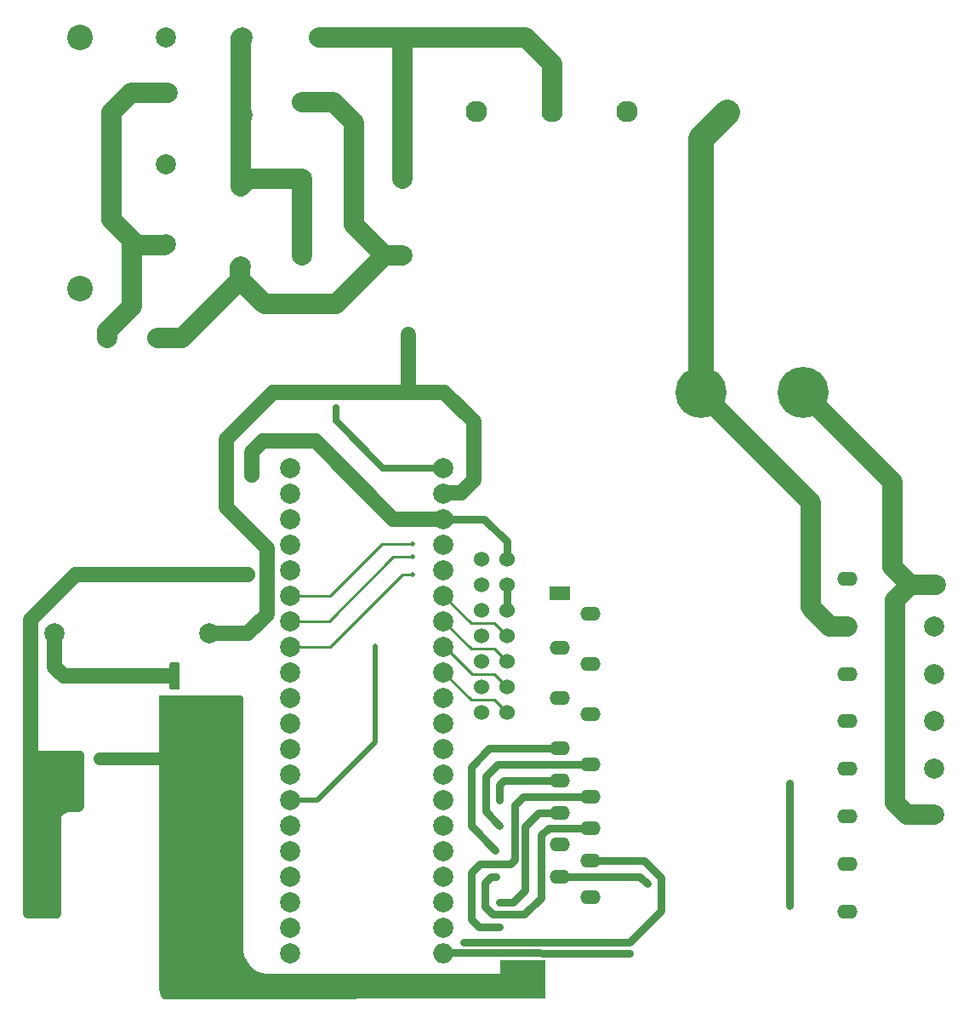
<source format=gbl>
G04*
G04 #@! TF.GenerationSoftware,Altium Limited,Altium Designer,19.0.12 (326)*
G04*
G04 Layer_Physical_Order=2*
G04 Layer_Color=16711680*
%FSLAX25Y25*%
%MOIN*%
G70*
G01*
G75*
%ADD13C,0.01000*%
%ADD15C,0.02000*%
%ADD46C,0.06000*%
%ADD49C,0.07874*%
%ADD55O,0.07874X0.05512*%
%ADD56R,0.07874X0.05512*%
%ADD57C,0.03000*%
%ADD74C,0.02500*%
%ADD75C,0.10000*%
%ADD76C,0.08000*%
%ADD77C,0.05000*%
%ADD80C,0.06000*%
%ADD81C,0.08386*%
%ADD82C,0.10000*%
%ADD83C,0.20000*%
%ADD84O,0.07874X0.07874*%
%ADD85C,0.02000*%
G36*
X175500Y270500D02*
X175548Y270988D01*
X175921Y271889D01*
X176611Y272579D01*
X177512Y272952D01*
X178000Y273000D01*
X178000Y273000D01*
X181667Y273000D01*
X181954Y273008D01*
X182514Y273136D01*
X183039Y273371D01*
X183507Y273704D01*
X183902Y274122D01*
X184207Y274609D01*
X184412Y275146D01*
X184508Y275713D01*
X184500Y276000D01*
X184500Y276000D01*
X184500Y295500D01*
X184500Y295798D01*
X184272Y296350D01*
X183850Y296772D01*
X183298Y297000D01*
X183000Y297000D01*
X183000Y297000D01*
X162500D01*
X162102D01*
X161367Y296695D01*
X160804Y296133D01*
X160500Y295398D01*
Y295000D01*
D01*
Y233500D01*
Y233102D01*
X160804Y232367D01*
X161367Y231804D01*
X162102Y231500D01*
X162500D01*
D01*
X173500D01*
X173898Y231500D01*
X174633Y231804D01*
X175196Y232367D01*
X175500Y233102D01*
X175500Y233500D01*
X175500Y233500D01*
Y270500D01*
D02*
G37*
G36*
X217900Y331000D02*
Y331159D01*
X218022Y331453D01*
X218247Y331678D01*
X218541Y331800D01*
X218700D01*
D01*
X221000D01*
X221159D01*
X221453Y331678D01*
X221678Y331453D01*
X221800Y331159D01*
Y331000D01*
D01*
X221800Y321600D01*
X221800Y321481D01*
X221709Y321260D01*
X221540Y321091D01*
X221319Y321000D01*
X221200Y321000D01*
X221200Y321000D01*
X219000Y321000D01*
X218781D01*
X218377Y321167D01*
X218068Y321477D01*
X217900Y321881D01*
Y322100D01*
X217900D01*
Y331000D01*
D02*
G37*
G36*
X213800Y318702D02*
Y204530D01*
X213800Y203857D01*
X214062Y202538D01*
X214577Y201296D01*
X215324Y200177D01*
X215800Y199702D01*
X215800Y199702D01*
X365000Y200299D01*
Y215202D01*
X347400D01*
Y209702D01*
X256800D01*
X255820Y209750D01*
X253897Y210132D01*
X252086Y210882D01*
X250456Y211971D01*
X249070Y213358D01*
X247981Y214988D01*
X247231Y216799D01*
X246848Y218722D01*
X246800Y219702D01*
Y219702D01*
Y317702D01*
Y317901D01*
X246648Y318268D01*
X246366Y318549D01*
X245999Y318702D01*
X245800D01*
D01*
X213800D01*
D02*
G37*
D13*
X309000Y366000D02*
X313000D01*
X280900Y337900D02*
X309000Y366000D01*
X265100Y337900D02*
X280900D01*
X305472Y373000D02*
X313000D01*
X280372Y347900D02*
X305472Y373000D01*
X265100Y347900D02*
X280372D01*
X301000Y378000D02*
X313000D01*
X280900Y357900D02*
X301000Y378000D01*
X265100Y357900D02*
X280900D01*
X345000Y337000D02*
X350000Y332000D01*
X336000Y337000D02*
X345000D01*
X325100Y347900D02*
X336000Y337000D01*
X345000Y347000D02*
X350000Y342000D01*
X336000Y347000D02*
X345000D01*
X325100Y357900D02*
X336000Y347000D01*
X325715Y337900D02*
X336615Y327000D01*
X325100Y337900D02*
X325715D01*
X336615Y327000D02*
X345000D01*
X350000Y322000D01*
X345000Y317000D02*
X350000Y312000D01*
X336000Y317000D02*
X345000D01*
X325100Y327900D02*
X336000Y317000D01*
D15*
X298500Y300500D02*
Y338300D01*
X275900Y277900D02*
X298500Y300500D01*
X265100Y277900D02*
X275900D01*
D46*
X337000Y403000D02*
Y426000D01*
X325500Y437500D02*
X337000Y426000D01*
X311500Y437500D02*
X325500D01*
X258500D02*
X269000D01*
X240000Y419000D02*
X258500Y437500D01*
X240000Y392500D02*
Y419000D01*
Y392500D02*
X256000Y376500D01*
X332259Y398259D02*
X337000Y403000D01*
X269000Y437500D02*
X311500D01*
X172800Y329985D02*
Y342930D01*
Y329985D02*
X176385Y326400D01*
X311500Y437500D02*
Y460000D01*
X305600Y387900D02*
X325100D01*
X275000Y418500D02*
X305600Y387900D01*
X254500Y418500D02*
X275000D01*
X325459Y398259D02*
X332259D01*
X325100Y397900D02*
X325459Y398259D01*
X256000Y350500D02*
Y376500D01*
X248500Y343000D02*
X256000Y350500D01*
X250000Y414000D02*
X254500Y418500D01*
X250000Y405000D02*
Y414000D01*
X181000Y366000D02*
X248500D01*
X233500Y343000D02*
X248500D01*
X163500Y348500D02*
X181000Y366000D01*
X163500Y295415D02*
Y348500D01*
X176385Y326400D02*
X218500D01*
X172800Y342930D02*
X172870Y343000D01*
D49*
X276500Y576613D02*
D03*
X246500D02*
D03*
X216400D02*
D03*
X245928Y486939D02*
D03*
X216400Y495600D02*
D03*
X245928Y518000D02*
D03*
X216400Y526661D02*
D03*
X216972Y554661D02*
D03*
X246500Y546000D02*
D03*
X309000Y551000D02*
D03*
X269630D02*
D03*
X269800Y521000D02*
D03*
X309170D02*
D03*
Y491200D02*
D03*
X269800D02*
D03*
X265100Y217900D02*
D03*
Y227900D02*
D03*
Y237900D02*
D03*
Y247900D02*
D03*
Y257900D02*
D03*
Y267900D02*
D03*
Y277900D02*
D03*
Y287900D02*
D03*
Y297900D02*
D03*
Y307900D02*
D03*
Y317900D02*
D03*
Y327900D02*
D03*
Y337900D02*
D03*
Y347900D02*
D03*
Y357900D02*
D03*
Y367900D02*
D03*
Y377900D02*
D03*
Y387900D02*
D03*
Y397900D02*
D03*
Y407900D02*
D03*
X325100D02*
D03*
Y397900D02*
D03*
Y387900D02*
D03*
Y377900D02*
D03*
Y367900D02*
D03*
Y357900D02*
D03*
Y347900D02*
D03*
Y337900D02*
D03*
Y327900D02*
D03*
Y317900D02*
D03*
Y307900D02*
D03*
Y297900D02*
D03*
Y287900D02*
D03*
Y277900D02*
D03*
Y267900D02*
D03*
Y257900D02*
D03*
Y247900D02*
D03*
Y237900D02*
D03*
Y227900D02*
D03*
X517600Y272000D02*
D03*
Y308662D02*
D03*
Y327284D02*
D03*
Y345906D02*
D03*
X518000Y362000D02*
D03*
X517600Y290000D02*
D03*
X213028Y458748D02*
D03*
X193342D02*
D03*
X172870Y343000D02*
D03*
X233500D02*
D03*
D55*
X370883Y337540D02*
D03*
X382694Y311556D02*
D03*
X370883Y317855D02*
D03*
Y247776D02*
D03*
Y298170D02*
D03*
Y285572D02*
D03*
Y272973D02*
D03*
Y260375D02*
D03*
X483481Y308662D02*
D03*
Y290040D02*
D03*
Y327284D02*
D03*
Y345906D02*
D03*
Y364528D02*
D03*
Y271418D02*
D03*
Y252796D02*
D03*
Y234174D02*
D03*
X382694Y331241D02*
D03*
Y239902D02*
D03*
Y254076D02*
D03*
Y266674D02*
D03*
Y279272D02*
D03*
Y291871D02*
D03*
Y350926D02*
D03*
D56*
X370883Y358800D02*
D03*
D57*
X460900Y236500D02*
Y255100D01*
X350000Y372000D02*
Y379000D01*
X341100Y387900D02*
X350000Y379000D01*
X325100Y387900D02*
X341100D01*
X350000Y352000D02*
Y362000D01*
X246300Y545800D02*
Y576413D01*
X246500Y576613D01*
X357000Y242500D02*
Y267500D01*
X352480Y237980D02*
X357000Y242500D01*
X347200Y237980D02*
X352480D01*
X344500Y233000D02*
X356930D01*
X341500Y236000D02*
X344500Y233000D01*
X341500Y236000D02*
Y245500D01*
X343900Y247900D01*
X357000Y267500D02*
X362473Y272973D01*
X343900Y247900D02*
X345700D01*
X339296Y252796D02*
X351296D01*
X336000Y249500D02*
X339296Y252796D01*
X336000Y231000D02*
Y249500D01*
X339000Y228000D02*
X347200D01*
X336000Y231000D02*
X339000Y228000D01*
X363500Y239570D02*
Y264000D01*
X356930Y233000D02*
X363500Y239570D01*
X362473Y272973D02*
X370883D01*
X356372Y279272D02*
X382694D01*
X353000Y275900D02*
X356372Y279272D01*
X353000Y254500D02*
Y275900D01*
X351296Y252796D02*
X353000Y254500D01*
X341796Y287296D02*
X346371Y291871D01*
X341796Y273324D02*
Y287296D01*
Y273324D02*
X347200Y267920D01*
X336000Y290900D02*
X343270Y298170D01*
X336000Y267700D02*
Y290900D01*
Y267700D02*
X345600Y258100D01*
X402224Y247776D02*
X405000Y245000D01*
X333000Y222000D02*
X398000D01*
X410500Y234500D01*
Y247500D01*
X403924Y254076D02*
X410500Y247500D01*
X382694Y254076D02*
X403924D01*
X370883Y247776D02*
X402224D01*
X329000Y218002D02*
X398000Y217900D01*
X366416Y266916D02*
X382452D01*
X363500Y264000D02*
X366416Y266916D01*
X382452D02*
X382694Y266674D01*
X346371Y291871D02*
X382694D01*
X347200Y283814D02*
X348957Y285572D01*
X370883D01*
X347200Y277900D02*
Y283814D01*
X343270Y298170D02*
X370883D01*
X460900Y255100D02*
Y284500D01*
D74*
X301600Y407900D02*
X325100D01*
X283000Y426500D02*
X301600Y407900D01*
X283000Y426500D02*
Y431500D01*
D75*
X426000Y536683D02*
X436613Y547296D01*
X426000Y437500D02*
Y536683D01*
D76*
X309170Y521000D02*
Y575443D01*
X203000Y495000D02*
Y497000D01*
X195000Y505000D02*
X203000Y497000D01*
X195000Y505000D02*
Y547000D01*
X283000Y472000D02*
X302000Y491000D01*
X290000Y503000D02*
X302000Y491000D01*
X290000Y503000D02*
Y543000D01*
X302200Y491200D02*
X309170D01*
X255000Y472000D02*
X283000D01*
X213028Y458748D02*
X222748D01*
X245500Y481500D02*
Y486511D01*
X245928Y486939D01*
X245500Y481500D02*
X255000Y472000D01*
X222748Y458748D02*
X245500Y481500D01*
X202661Y554661D02*
X216972D01*
X195000Y547000D02*
X202661Y554661D01*
X203000Y495000D02*
X215800D01*
X203000Y471000D02*
Y495000D01*
X193342Y461342D02*
X203000Y471000D01*
X193342Y458748D02*
Y461342D01*
X215800Y495000D02*
X216400Y495600D01*
X282000Y551000D02*
X290000Y543000D01*
X269630Y551000D02*
X282000D01*
X308000Y576613D02*
X357387D01*
X276500D02*
X308000D01*
X309170Y575443D01*
X367715Y547400D02*
Y566285D01*
X357387Y576613D02*
X367715Y566285D01*
X245928Y576040D02*
X246300Y576413D01*
X245928Y518000D02*
Y576040D01*
Y518000D02*
X248928Y521000D01*
X269800D01*
Y491200D02*
Y521000D01*
X436613Y547296D02*
Y547400D01*
X469000Y353500D02*
X476594Y345906D01*
X483481D01*
X469000Y353500D02*
Y394500D01*
X426000Y437500D02*
X469000Y394500D01*
X466000Y437500D02*
X501000Y402500D01*
Y369000D02*
Y402500D01*
Y369000D02*
X508000Y362000D01*
X502000Y356000D02*
X508000Y362000D01*
X518000D01*
X502000Y276686D02*
Y356000D01*
Y276686D02*
X506686Y272000D01*
X517600D01*
D77*
X190500Y294000D02*
X214500D01*
X215000Y294500D01*
D80*
X340000Y372000D02*
D03*
X350000D02*
D03*
X340000Y362000D02*
D03*
X350000D02*
D03*
X340000Y352000D02*
D03*
X350000D02*
D03*
X340000Y342000D02*
D03*
X350000D02*
D03*
X340000Y332000D02*
D03*
X350000D02*
D03*
X340000Y322000D02*
D03*
X350000D02*
D03*
X340000Y312000D02*
D03*
X350000D02*
D03*
X250000Y405000D02*
D03*
X248500Y366000D02*
D03*
D81*
X338188Y547400D02*
D03*
X367715D02*
D03*
X397243D02*
D03*
X436613D02*
D03*
D82*
X182800Y576613D02*
D03*
Y478187D02*
D03*
D83*
X426000Y437500D02*
D03*
X466000D02*
D03*
D84*
X325100Y217900D02*
D03*
D85*
X298500Y338300D02*
D03*
X313000Y366000D02*
D03*
Y373000D02*
D03*
Y378000D02*
D03*
X347200Y237980D02*
D03*
X311500Y460000D02*
D03*
X269000Y437500D02*
D03*
X405000Y245000D02*
D03*
X172500Y248600D02*
D03*
X170000D02*
D03*
X172500Y237600D02*
D03*
X170000D02*
D03*
X283000Y431500D02*
D03*
X345600Y258100D02*
D03*
X345700Y247900D02*
D03*
X358700Y214000D02*
D03*
X361200D02*
D03*
X363700D02*
D03*
X356100D02*
D03*
X353600D02*
D03*
X351100D02*
D03*
X348600D02*
D03*
X333000Y222000D02*
D03*
X398000Y217900D02*
D03*
X347200Y228000D02*
D03*
Y267900D02*
D03*
Y277900D02*
D03*
X461000Y236500D02*
D03*
X460900Y255100D02*
D03*
Y284500D02*
D03*
X220200Y330119D02*
D03*
Y327619D02*
D03*
Y325119D02*
D03*
Y322619D02*
D03*
X190600Y295300D02*
D03*
Y292800D02*
D03*
X202000Y294278D02*
D03*
X182665Y285000D02*
D03*
X244900Y307000D02*
D03*
X232500Y317000D02*
D03*
Y314500D02*
D03*
Y312000D02*
D03*
X165165Y285000D02*
D03*
X170331Y280000D02*
D03*
Y282500D02*
D03*
Y285000D02*
D03*
Y287500D02*
D03*
Y290000D02*
D03*
X172831D02*
D03*
Y287500D02*
D03*
Y285000D02*
D03*
Y282500D02*
D03*
Y280000D02*
D03*
X175331Y290000D02*
D03*
Y287500D02*
D03*
Y285000D02*
D03*
Y282500D02*
D03*
Y280000D02*
D03*
X177831Y290000D02*
D03*
Y287500D02*
D03*
Y285000D02*
D03*
Y282500D02*
D03*
Y280000D02*
D03*
X167665Y277500D02*
D03*
X170165D02*
D03*
X172665D02*
D03*
X175165D02*
D03*
X177665D02*
D03*
X167665Y290000D02*
D03*
Y287500D02*
D03*
Y285000D02*
D03*
Y282500D02*
D03*
Y280000D02*
D03*
X165165Y287500D02*
D03*
Y282500D02*
D03*
Y280000D02*
D03*
Y277500D02*
D03*
Y290000D02*
D03*
X167665Y295000D02*
D03*
X177665Y292500D02*
D03*
X175165D02*
D03*
X172665D02*
D03*
X170165D02*
D03*
X167665D02*
D03*
X177665Y295000D02*
D03*
X175165D02*
D03*
X172665D02*
D03*
X170165D02*
D03*
X165165Y292500D02*
D03*
Y295000D02*
D03*
X167665Y275000D02*
D03*
X170165D02*
D03*
X172665D02*
D03*
X175165D02*
D03*
X177665D02*
D03*
X165165D02*
D03*
X180165D02*
D03*
X182665D02*
D03*
X180165Y280000D02*
D03*
Y282500D02*
D03*
Y285000D02*
D03*
Y287500D02*
D03*
Y290000D02*
D03*
X182665Y277500D02*
D03*
X180165D02*
D03*
X182665Y290000D02*
D03*
Y287500D02*
D03*
Y282500D02*
D03*
Y280000D02*
D03*
X180165Y295000D02*
D03*
X182665Y292500D02*
D03*
X180165D02*
D03*
X182665Y295000D02*
D03*
X242500Y294500D02*
D03*
X245000D02*
D03*
Y292000D02*
D03*
X242500D02*
D03*
X240000Y297000D02*
D03*
Y294500D02*
D03*
Y292000D02*
D03*
X245000Y297000D02*
D03*
X242500D02*
D03*
X227500Y294500D02*
D03*
X230000D02*
D03*
X232500D02*
D03*
X235000D02*
D03*
X237500D02*
D03*
Y292000D02*
D03*
X235000D02*
D03*
X232500D02*
D03*
X230000D02*
D03*
X227500D02*
D03*
X225000Y297000D02*
D03*
Y294500D02*
D03*
Y292000D02*
D03*
X237500Y297000D02*
D03*
X235000D02*
D03*
X232500D02*
D03*
X230000D02*
D03*
X227500D02*
D03*
X215000Y294500D02*
D03*
X217500D02*
D03*
X220000D02*
D03*
X222500D02*
D03*
Y292000D02*
D03*
X220000D02*
D03*
X217500D02*
D03*
X215000D02*
D03*
X222500Y297000D02*
D03*
X220000D02*
D03*
X217500D02*
D03*
X215000D02*
D03*
X220000Y314500D02*
D03*
X217500D02*
D03*
X215000D02*
D03*
Y317000D02*
D03*
X217500D02*
D03*
X220000D02*
D03*
X222500Y312000D02*
D03*
Y314500D02*
D03*
Y317000D02*
D03*
X215000Y312000D02*
D03*
X217500D02*
D03*
X220000D02*
D03*
Y302000D02*
D03*
X217500D02*
D03*
X215000D02*
D03*
Y304500D02*
D03*
X217500D02*
D03*
X220000D02*
D03*
X215000Y307000D02*
D03*
X217500D02*
D03*
X220000D02*
D03*
X215000Y309500D02*
D03*
X217500D02*
D03*
X220000D02*
D03*
X222500Y299500D02*
D03*
Y302000D02*
D03*
Y304500D02*
D03*
Y307000D02*
D03*
Y309500D02*
D03*
X215000Y299500D02*
D03*
X217500D02*
D03*
X220000D02*
D03*
X245000Y317000D02*
D03*
X242500D02*
D03*
X245000Y314500D02*
D03*
X242500D02*
D03*
X245000Y312000D02*
D03*
X242500D02*
D03*
X240000Y317000D02*
D03*
Y314500D02*
D03*
Y312000D02*
D03*
X242500Y307000D02*
D03*
X245000Y304500D02*
D03*
X242500D02*
D03*
X245000Y302000D02*
D03*
X242500D02*
D03*
X245000Y299500D02*
D03*
X242500D02*
D03*
X240000Y309500D02*
D03*
Y307000D02*
D03*
Y304500D02*
D03*
Y302000D02*
D03*
Y299500D02*
D03*
X245000Y309500D02*
D03*
X242500D02*
D03*
X235000Y314500D02*
D03*
X230000D02*
D03*
X227500D02*
D03*
X225000D02*
D03*
Y317000D02*
D03*
X227500D02*
D03*
X230000D02*
D03*
X235000D02*
D03*
X237500Y312000D02*
D03*
Y314500D02*
D03*
Y317000D02*
D03*
X225000Y312000D02*
D03*
X227500D02*
D03*
X230000D02*
D03*
X235000D02*
D03*
X227500Y309500D02*
D03*
X230000D02*
D03*
X232500D02*
D03*
X235000D02*
D03*
X237500D02*
D03*
X225000Y299500D02*
D03*
Y302000D02*
D03*
Y304500D02*
D03*
Y307000D02*
D03*
Y309500D02*
D03*
X227500Y299500D02*
D03*
X230000D02*
D03*
X232500D02*
D03*
X235000D02*
D03*
X237500D02*
D03*
X227500Y302000D02*
D03*
X230000D02*
D03*
X232500D02*
D03*
X235000D02*
D03*
X237500D02*
D03*
X227500Y304500D02*
D03*
X230000D02*
D03*
X232500D02*
D03*
X235000D02*
D03*
X237500D02*
D03*
Y307000D02*
D03*
X235000D02*
D03*
X232500D02*
D03*
X230000D02*
D03*
X227500D02*
D03*
M02*

</source>
